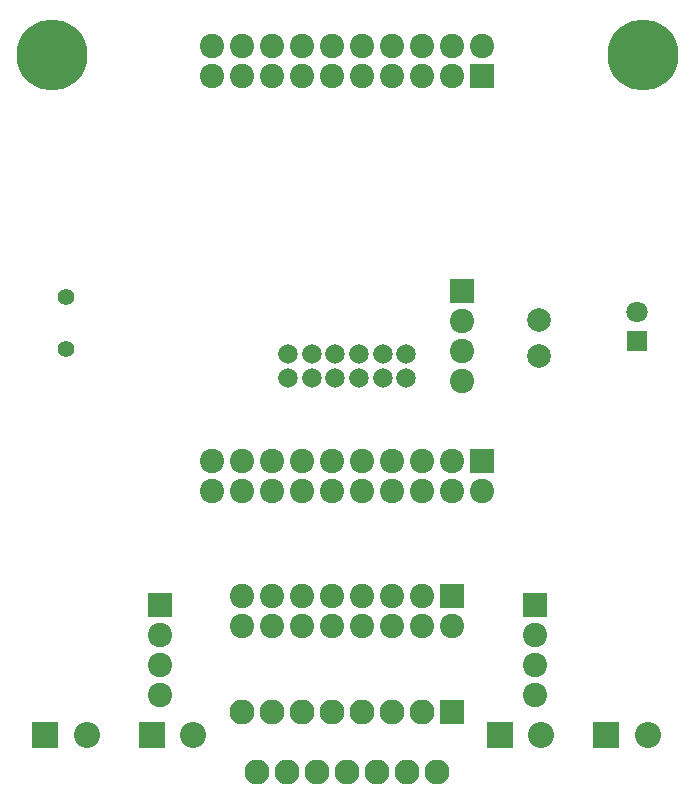
<source format=gbs>
G04 (created by PCBNEW-RS274X (2012-jan-04)-stable) date pon, 21 sty 2013, 21:13:22*
G01*
G70*
G90*
%MOIN*%
G04 Gerber Fmt 3.4, Leading zero omitted, Abs format*
%FSLAX34Y34*%
G04 APERTURE LIST*
%ADD10C,0.006000*%
%ADD11C,0.055400*%
%ADD12R,0.086900X0.086900*%
%ADD13C,0.086900*%
%ADD14C,0.065300*%
%ADD15C,0.079100*%
%ADD16R,0.081000X0.081000*%
%ADD17C,0.081000*%
%ADD18R,0.071200X0.071200*%
%ADD19C,0.071200*%
%ADD20R,0.083000X0.083000*%
%ADD21C,0.083000*%
%ADD22C,0.236500*%
G04 APERTURE END LIST*
G54D10*
G54D11*
X43760Y-67146D03*
X43760Y-68878D03*
G54D12*
X46628Y-81742D03*
G54D13*
X48005Y-81742D03*
G54D12*
X61785Y-81742D03*
G54D13*
X63162Y-81742D03*
G54D12*
X43084Y-81742D03*
G54D13*
X44461Y-81742D03*
G54D14*
X51181Y-69823D03*
X51969Y-69823D03*
X52756Y-69823D03*
X53544Y-69823D03*
X54331Y-69823D03*
X55119Y-69823D03*
X55119Y-69036D03*
X53543Y-69036D03*
X54331Y-69036D03*
X52756Y-69036D03*
X51969Y-69036D03*
X51181Y-69036D03*
G54D15*
X59547Y-67913D03*
X59547Y-69095D03*
G54D16*
X57638Y-72598D03*
G54D17*
X57638Y-73598D03*
X56638Y-72598D03*
X56638Y-73598D03*
X55638Y-72598D03*
X55638Y-73598D03*
X54638Y-72598D03*
X54638Y-73598D03*
X53638Y-72598D03*
X53638Y-73598D03*
X52638Y-72598D03*
X52638Y-73598D03*
X51638Y-72598D03*
X51638Y-73598D03*
X50638Y-72598D03*
X50638Y-73598D03*
X49638Y-72598D03*
X49638Y-73598D03*
X48638Y-72598D03*
X48638Y-73598D03*
G54D16*
X56654Y-77106D03*
G54D17*
X56654Y-78106D03*
X55654Y-77106D03*
X55654Y-78106D03*
X54654Y-77106D03*
X54654Y-78106D03*
X53654Y-77106D03*
X53654Y-78106D03*
X52654Y-77106D03*
X52654Y-78106D03*
X51654Y-77106D03*
X51654Y-78106D03*
X50654Y-77106D03*
X50654Y-78106D03*
X49654Y-77106D03*
X49654Y-78106D03*
G54D16*
X56988Y-66929D03*
G54D17*
X56988Y-67929D03*
X56988Y-68929D03*
X56988Y-69929D03*
G54D16*
X46900Y-77400D03*
G54D17*
X46900Y-78400D03*
X46900Y-79400D03*
X46900Y-80400D03*
G54D16*
X59400Y-77400D03*
G54D17*
X59400Y-78400D03*
X59400Y-79400D03*
X59400Y-80400D03*
G54D18*
X62795Y-68602D03*
G54D19*
X62795Y-67618D03*
G54D12*
X58242Y-81742D03*
G54D13*
X59619Y-81742D03*
G54D16*
X57650Y-59750D03*
G54D17*
X57650Y-58750D03*
X56650Y-59750D03*
X56650Y-58750D03*
X55650Y-59750D03*
X55650Y-58750D03*
X54650Y-59750D03*
X54650Y-58750D03*
X53650Y-59750D03*
X53650Y-58750D03*
X52650Y-59750D03*
X52650Y-58750D03*
X51650Y-59750D03*
X51650Y-58750D03*
X50650Y-59750D03*
X50650Y-58750D03*
X49650Y-59750D03*
X49650Y-58750D03*
X48650Y-59750D03*
X48650Y-58750D03*
G54D20*
X56624Y-80978D03*
G54D21*
X56124Y-82978D03*
X55624Y-80978D03*
X55124Y-82978D03*
X54624Y-80978D03*
X54124Y-82978D03*
X53624Y-80978D03*
X53124Y-82978D03*
X52624Y-80978D03*
X52124Y-82978D03*
X51624Y-80978D03*
X51124Y-82978D03*
X50624Y-80978D03*
X50124Y-82978D03*
X49624Y-80978D03*
G54D22*
X43307Y-59055D03*
X62992Y-59055D03*
M02*

</source>
